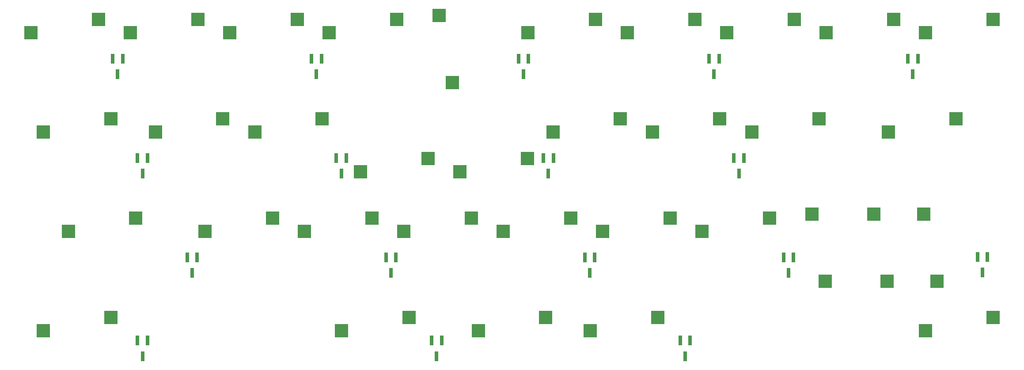
<source format=gbp>
G04 #@! TF.GenerationSoftware,KiCad,Pcbnew,(6.0.1-0)*
G04 #@! TF.CreationDate,2022-03-18T18:41:34-07:00*
G04 #@! TF.ProjectId,micro10,6d696372-6f31-4302-9e6b-696361645f70,1*
G04 #@! TF.SameCoordinates,Original*
G04 #@! TF.FileFunction,Paste,Bot*
G04 #@! TF.FilePolarity,Positive*
%FSLAX46Y46*%
G04 Gerber Fmt 4.6, Leading zero omitted, Abs format (unit mm)*
G04 Created by KiCad (PCBNEW (6.0.1-0)) date 2022-03-18 18:41:34*
%MOMM*%
%LPD*%
G01*
G04 APERTURE LIST*
%ADD10R,2.550000X2.500000*%
%ADD11R,2.500000X2.550000*%
%ADD12R,0.800000X1.900000*%
G04 APERTURE END LIST*
D10*
X67527500Y-103822500D03*
X80454500Y-101282500D03*
X184208750Y-65722500D03*
X197135750Y-63182500D03*
X150871250Y-103822500D03*
X163798250Y-101282500D03*
X160278750Y-70802500D03*
X147351750Y-73342500D03*
D11*
X145891250Y-56297500D03*
X143351250Y-43370500D03*
D10*
X229452500Y-65722500D03*
X242379500Y-63182500D03*
X108008750Y-65722500D03*
X120935750Y-63182500D03*
X160396250Y-46672500D03*
X173323250Y-44132500D03*
X236596250Y-103822500D03*
X249523250Y-101282500D03*
X124677500Y-103822500D03*
X137604500Y-101282500D03*
X117533750Y-84772500D03*
X130460750Y-82232500D03*
X165158750Y-65722500D03*
X178085750Y-63182500D03*
X141228750Y-70802500D03*
X128301750Y-73342500D03*
X98483750Y-84772500D03*
X111410750Y-82232500D03*
X193733750Y-84772500D03*
X206660750Y-82232500D03*
D11*
X229235000Y-94397500D03*
X226695000Y-81470500D03*
D10*
X217546250Y-46672500D03*
X230473250Y-44132500D03*
X65146250Y-46672500D03*
X78073250Y-44132500D03*
X179446250Y-46672500D03*
X192373250Y-44132500D03*
X172302500Y-103822500D03*
X185229500Y-101282500D03*
X203258750Y-65722500D03*
X216185750Y-63182500D03*
D11*
X217328750Y-94397500D03*
X214788750Y-81470500D03*
D10*
X198496250Y-46672500D03*
X211423250Y-44132500D03*
X174683750Y-84772500D03*
X187610750Y-82232500D03*
X155633750Y-84772500D03*
X168560750Y-82232500D03*
X84196250Y-46672500D03*
X97123250Y-44132500D03*
X122296250Y-46672500D03*
X135223250Y-44132500D03*
X136583750Y-84772500D03*
X149510750Y-82232500D03*
X67527500Y-65722500D03*
X80454500Y-63182500D03*
X72290000Y-84772500D03*
X85217000Y-82232500D03*
X236596250Y-46672500D03*
X249523250Y-44132500D03*
D11*
X238760000Y-94397500D03*
X236220000Y-81470500D03*
D10*
X88958750Y-65722500D03*
X101885750Y-63182500D03*
X103246250Y-46672500D03*
X116173250Y-44132500D03*
D12*
X80806250Y-51681250D03*
X82706250Y-51681250D03*
X81756250Y-54681250D03*
X195106250Y-51681250D03*
X197006250Y-51681250D03*
X196056250Y-54681250D03*
X246543750Y-89693750D03*
X248443750Y-89693750D03*
X247493750Y-92693750D03*
X158593750Y-51681250D03*
X160493750Y-51681250D03*
X159543750Y-54681250D03*
X133193750Y-89781250D03*
X135093750Y-89781250D03*
X134143750Y-92781250D03*
X199868750Y-70731250D03*
X201768750Y-70731250D03*
X200818750Y-73731250D03*
X171293750Y-89781250D03*
X173193750Y-89781250D03*
X172243750Y-92781250D03*
X95093750Y-89781250D03*
X96993750Y-89781250D03*
X96043750Y-92781250D03*
X123668750Y-70731250D03*
X125568750Y-70731250D03*
X124618750Y-73731250D03*
X233206250Y-51681250D03*
X235106250Y-51681250D03*
X234156250Y-54681250D03*
X141925000Y-105743750D03*
X143825000Y-105743750D03*
X142875000Y-108743750D03*
X118906250Y-51681250D03*
X120806250Y-51681250D03*
X119856250Y-54681250D03*
X163356250Y-70731250D03*
X165256250Y-70731250D03*
X164306250Y-73731250D03*
X85568750Y-105743750D03*
X87468750Y-105743750D03*
X86518750Y-108743750D03*
X85568750Y-70731250D03*
X87468750Y-70731250D03*
X86518750Y-73731250D03*
X189550000Y-105743750D03*
X191450000Y-105743750D03*
X190500000Y-108743750D03*
X209393750Y-89781250D03*
X211293750Y-89781250D03*
X210343750Y-92781250D03*
M02*

</source>
